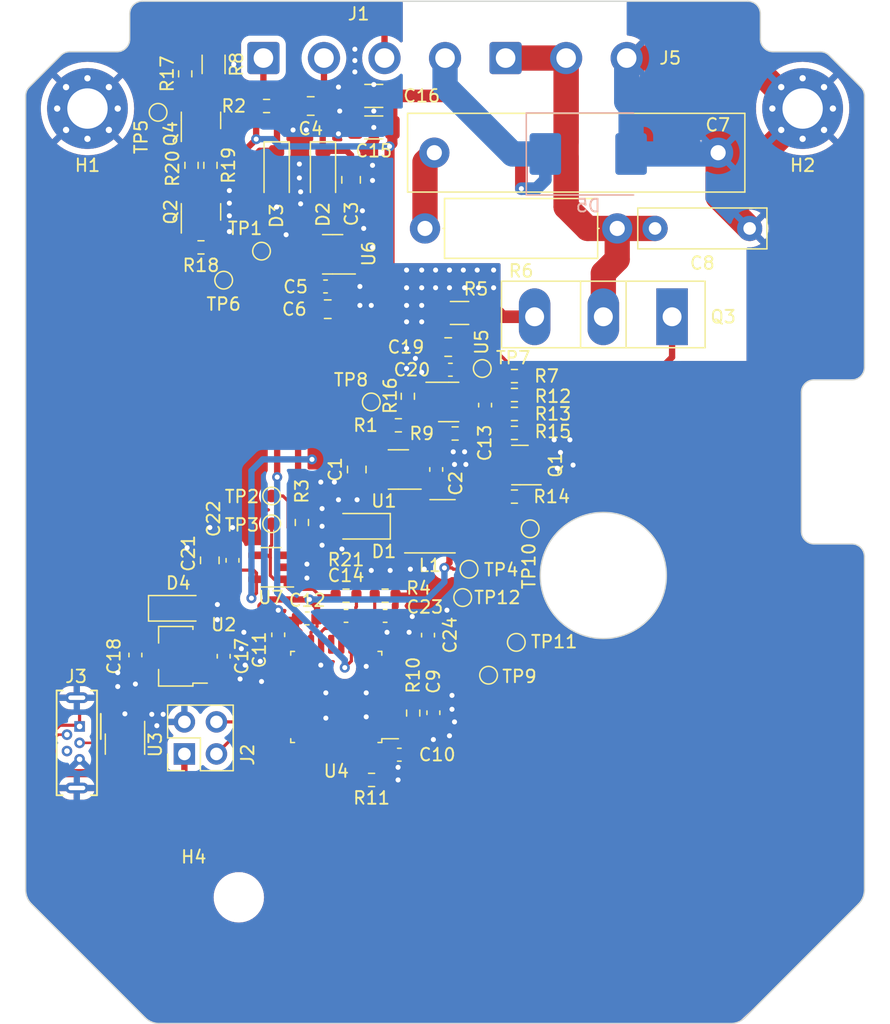
<source format=kicad_pcb>
(kicad_pcb (version 20221018) (generator pcbnew)
  (layers (0 "F.Cu" signal) (31 "B.Cu" signal) (34 "B.Paste" user) (35 "F.Paste" user) (36 "B.SilkS" user "B.Silkscreen") (37 "F.SilkS" user "F.Silkscreen") (38 "B.Mask" user) (39 "F.Mask" user) (44 "Edge.Cuts" user))
  (net 0 "")
  (net 1 "Net-(D1-K)")
  (net 2 "GND")
  (net 3 "Net-(U1-EN)")
  (net 4 "VCC")
  (net 5 "SpeedSignalMinus")
  (net 6 "SpeedSignalPlus")
  (net 7 "Ignition")
  (net 8 "Net-(U4-PG10)")
  (net 9 "+3V3")
  (net 10 "Net-(C13-Pad1)")
  (net 11 "Net-(U5--)")
  (net 12 "/SWCLK")
  (net 13 "/SWDIO")
  (net 14 "VBUS")
  (net 15 "/D-")
  (net 16 "/D+")
  (net 18 "USet")
  (net 19 "Net-(U4-PB8)")
  (net 20 "Net-(Q1-G)")
  (net 21 "Net-(U5-+)")
  (net 22 "/USB_DP")
  (net 23 "/USB_DM")
  (net 25 "Net-(Q1-D)")
  (net 36 "FuelRelay")
  (net 37 "RelayOutput")
  (net 38 "Tacho")
  (net 39 "Net-(C7-Pad2)")
  (net 40 "Net-(Q3-G)")
  (net 41 "Net-(Q3-S)")
  (net 42 "Net-(D4-A)")
  (net 43 "Net-(Q2-G)")
  (net 44 "Net-(Q2-D)")
  (net 45 "Net-(U6--)")
  (net 46 "FETOff")
  (net 48 "Net-(Q4-G)")
  (net 49 "Net-(Q4-D)")
  (net 50 "Tacho_MeanValue")
  (net 51 "Net-(U4-PA7)")
  (net 53 "Net-(U4-PA1)")
  (net 54 "Net-(U4-PA2)")
  (footprint "Package_TO_SOT_SMD:SOT-23-5" (layer "F.Cu") (at 133.6375 102.75)
    (fp_text reference "U5")
    (fp_text value "OPA990")
  )
  (footprint "Capacitor_SMD:C_0805_2012Metric" (layer "F.Cu") (at 114.7 115.3 90)
    (fp_text reference "C21")
    (fp_text value "4.7u")
  )
  (footprint "Capacitor_SMD:C_0603_1608Metric" (layer "F.Cu") (at 120.125 121.2 -90)
    (fp_text reference "C11")
    (fp_text value "100n")
  )
  (footprint "Connector_PinHeader_2.54mm:PinHeader_2x02_P2.54mm_Vertical" (layer "F.Cu") (at 112.685 130.64 90)
    (fp_text reference "J2")
    (fp_text value "SWD")
  )
  (footprint "TestPoint:TestPoint_Pad_D1.0mm" (layer "F.Cu") (at 135.25 116)
    (fp_text reference "TP4")
    (fp_text value "3V3")
  )
  (footprint "Package_TO_SOT_SMD:SOT-23-5" (layer "F.Cu") (at 129.65 108.1 180)
    (fp_text reference "U1")
    (fp_text value "~")
  )
  (footprint "TestPoint:TestPoint_Pad_D1.0mm" (layer "F.Cu") (at 136.3 100.1)
    (fp_text reference "TP7")
    (fp_text value "ControllerOutput")
  )
  (footprint "Capacitor_SMD:C_0603_1608Metric" (layer "F.Cu") (at 132.65 108.1 90)
    (fp_text reference "C2")
    (fp_text value "22u")
  )
  (footprint "Resistor_SMD:R_0603_1608Metric" (layer "F.Cu") (at 127.525 132.7 180)
    (fp_text reference "R11")
    (fp_text value "100k")
  )
  (footprint "MountingHole:MountingHole_3.5mm" (layer "F.Cu") (at 117 142)
    (fp_text reference "H4")
    (fp_text value "MountingHole")
  )
  (footprint "Connector_Wire:SolderWire-0.75sqmm_1x03_P4.8mm_D1.25mm_OD2.3mm" (layer "F.Cu") (at 138.15 75.5)
    (fp_text reference "J5")
    (fp_text value "Conn_01x03")
  )
  (footprint "Capacitor_SMD:C_0805_2012Metric" (layer "F.Cu") (at 125.9 85.15 -90)
    (fp_text reference "C3")
    (fp_text value "4.7u")
  )
  (footprint "Diode_SMD:D_SOD-123" (layer "F.Cu") (at 123.675 84.5 -90)
    (fp_text reference "D2")
    (fp_text value "DZ6V")
  )
  (footprint "Package_TO_SOT_THT:TO-247-3_Vertical" (layer "F.Cu") (at 151.35 96 180)
    (fp_text reference "Q3")
    (fp_text value "MSC090SMA070B")
  )
  (footprint "Package_TO_SOT_SMD:SOT-89-3" (layer "F.Cu") (at 112 122.9 180)
    (fp_text reference "U2")
    (fp_text value "AP2204RA-3.3")
  )
  (footprint "Capacitor_SMD:C_0603_1608Metric" (layer "F.Cu") (at 128.6 119.7 180)
    (fp_text reference "C23")
    (fp_text value "10n")
  )
  (footprint "TestPoint:TestPoint_Pad_D1.0mm" (layer "F.Cu") (at 140.1 112.8)
    (fp_text reference "TP10")
    (fp_text value "FetOff")
  )
  (footprint "Capacitor_SMD:C_0603_1608Metric" (layer "F.Cu") (at 116.5 115.3 90)
    (fp_text reference "C22")
    (fp_text value "100n")
  )
  (footprint "Package_TO_SOT_SMD:SOT-23" (layer "F.Cu") (at 114 80.4375 90)
    (fp_text reference "Q4")
    (fp_text value "BSS83P")
  )
  (footprint "TestPoint:TestPoint_Pad_D1.0mm" (layer "F.Cu") (at 118.8 90.8)
    (fp_text reference "TP1")
    (fp_text value "TachoRaw")
  )
  (footprint "TestPoint:TestPoint_Pad_D1.0mm" (layer "F.Cu") (at 139 121.8)
    (fp_text reference "TP11")
    (fp_text value "TPDiag2")
  )
  (footprint "Package_TO_SOT_SMD:SOT-23-6" (layer "F.Cu") (at 107.975 129.8625 -90)
    (fp_text reference "U3")
    (fp_text value "USBLC6-2SC6")
  )
  (footprint "TestPoint:TestPoint_Pad_D1.0mm" (layer "F.Cu") (at 119.6 110.2)
    (fp_text reference "TP2")
    (fp_text value "Tacho")
  )
  (footprint "Capacitor_SMD:C_0603_1608Metric" (layer "F.Cu") (at 122.425 119.9)
    (fp_text reference "C12")
    (fp_text value "100n")
  )
  (footprint "Capacitor_SMD:C_1206_3216Metric" (layer "F.Cu") (at 127.7 78.5 180)
    (fp_text reference "C16")
    (fp_text value "4.7u")
  )
  (footprint "Capacitor_SMD:C_0805_2012Metric" (layer "F.Cu") (at 133.6 98.4 180)
    (fp_text reference "C19")
    (fp_text value "4.7u")
  )
  (footprint "Diode_SMD:D_SMF" (layer "F.Cu") (at 126.65 112.6 180)
    (fp_text reference "D1")
    (fp_text value "1A/60V")
  )
  (footprint "Resistor_SMD:R_0603_1608Metric" (layer "F.Cu") (at 138.85 105.2)
    (fp_text reference "R15")
    (fp_text value "0")
  )
  (footprint "Capacitor_SMD:C_0603_1608Metric" (layer "F.Cu") (at 123.875 93.6)
    (fp_text reference "C5")
    (fp_text value "100n")
  )
  (footprint "Capacitor_THT:C_Rect_L10.0mm_W3.0mm_P7.50mm_MKS4" (layer "F.Cu") (at 157.5 89 180)
    (fp_text reference "C8")
    (fp_text value "10n")
  )
  (footprint "Resistor_SMD:R_0603_1608Metric" (layer "F.Cu") (at 128.6 118.1)
    (fp_text reference "R4")
    (fp_text value "10k")
  )
  (footprint "MountingHole:MountingHole_3.2mm_M3_Pad_Via" (layer "F.Cu") (at 105 79.5)
    (fp_text reference "H1")
    (fp_text value "MountingHole_Pad")
  )
  (footprint "Resistor_SMD:R_0603_1608Metric" (layer "F.Cu") (at 138.85 102.2 180)
    (fp_text reference "R12")
    (fp_text value "100k")
  )
  (footprint "Capacitor_SMD:C_0603_1608Metric" (layer "F.Cu") (at 132 121.225 -90)
    (fp_text reference "C24")
    (fp_text value "100n")
  )
  (footprint "Resistor_SMD:R_0603_1608Metric" (layer "F.Cu") (at 130.4 102.3 90)
    (fp_text reference "R16")
    (fp_text value "1k")
  )
  (footprint "Resistor_SMD:R_0603_1608Metric" (layer "F.Cu") (at 129.65 104.6)
    (fp_text reference "R1")
    (fp_text value "1M")
  )
  (footprint "Resistor_SMD:R_0603_1608Metric" (layer "F.Cu") (at 125.5 118.1)
    (fp_text reference "R21")
    (fp_text value "10k")
  )
  (footprint "Capacitor_SMD:C_0805_2012Metric" (layer "F.Cu") (at 124.05 95.4)
    (fp_text reference "C6")
    (fp_text value "4.7u")
  )
  (footprint "TestPoint:TestPoint_Pad_D1.0mm" (layer "F.Cu") (at 119.6 112.4)
    (fp_text reference "TP3")
    (fp_text value "TachoMean")
  )
  (footprint "Resistor_SMD:R_0603_1608Metric" (layer "F.Cu") (at 138.85 103.7 180)
    (fp_text reference "R13")
    (fp_text value "100k")
  )
  (footprint "Connector_USB:USB_Micro-B_Wuerth_614105150721_Vertical" (layer "F.Cu") (at 104.375 128.4625 -90)
    (fp_text reference "J3")
    (fp_text value "USB_B_Micro")
  )
  (footprint "Capacitor_SMD:C_0603_1608Metric" (layer "F.Cu") (at 125.5 119.7)
    (fp_text reference "C14")
    (fp_text value "10u")
  )
  (footprint "Resistor_SMD:R_0603_1608Metric" (layer "F.Cu") (at 112.75 76.75 90)
    (fp_text reference "R17")
    (fp_text value "10k")
  )
  (footprint "Capacitor_SMD:C_0603_1608Metric" (layer "F.Cu") (at 133.775 100.2 180)
    (fp_text reference "C20")
    (fp_text value "100n")
  )
  (footprint "Resistor_THT:R_Axial_DIN0414_L11.9mm_D4.5mm_P15.24mm_Horizontal" (layer "F.Cu") (at 147 89 180)
    (fp_text reference "R6")
    (fp_text value "3.9")
  )
  (footprint "Diode_SMD:D_SOD-123" (layer "F.Cu") (at 120 84.5 -90)
    (fp_text reference "D3")
    (fp_text value "DZ12V")
  )
  (footprint "TestPoint:TestPoint_Pad_D1.0mm" (layer "F.Cu") (at 136.8 124.4)
    (fp_text reference "TP9")
    (fp_text value "TPDiag1")
  )
  (footprint "Resistor_SMD:R_0603_1608Metric" (layer "F.Cu") (at 122 112.3 -90)
    (fp_text reference "R3")
    (fp_text value "40k")
  )
  (footprint "Resistor_SMD:R_0603_1608Metric" (layer "F.Cu") (at 138.85 100.7)
    (fp_text reference "R7")
    (fp_text value "120")
  )
  (footprint "Connector_Wire:SolderWire-0.75sqmm_1x04_P4.8mm_D1.25mm_OD2.3mm" (layer "F.Cu") (at 118.95 75.5)
    (fp_text reference "J1")
    (fp_text value "Conn_01x04")
  )
  (footprint "Diode_SMD:D_SMF" (layer "F.Cu") (at 112.2 119.1)
    (fp_text reference "D4")
    (fp_text value "1A/60V")
  )
  (footprint "Resistor_SMD:R_0603_1608Metric" (layer "F.Cu") (at 130.825 127.4 90)
    (fp_text reference "R10")
    (fp_text value "100k")
  )
  (footprint "Capacitor_SMD:C_0603_1608Metric" (layer "F.Cu") (at 129.725 130.7)
    (fp_text reference "C10")
    (fp_text value "100n")
  )
  (footprint "Package_QFP:LQFP-32_7x7mm_P0.8mm" (layer "F.Cu") (at 124.725 126.125 180)
    (fp_text reference "U4")
    (fp_text value "STM32G431K8Tx")
  )
  (footprint "Resistor_SMD:R_0603_1608Metric" (layer "F.Cu") (at 134.15 105.25)
    (fp_text reference "R9")
    (fp_text value "1k")
  )
  (footprint "Package_TO_SOT_SMD:SOT-23-5" (layer "F.Cu") (at 124.4375 91.05 180)
    (fp_text reference "U6")
    (fp_text value "OPA990")
  )
  (footprint "TestPoint:TestPoint_Pad_D1.0mm" (layer "F.Cu") (at 134.75 118.25)
    (fp_text reference "TP12")
    (fp_text value "ISetDAC")
  )
  (footprint "Resistor_SMD:R_0603_1608Metric" (layer "F.Cu") (at 138.85 110.25)
    (fp_text reference "R14")
    (fp_text value "120")
  )
  (footprint "TestPoint:TestPoint_Pad_D1.0mm" (layer "F.Cu") (at 127.5 102.75)
    (fp_text reference "TP8")
    (fp_text value "ISet")
  )
  (footprint "Capacitor_SMD:C_0603_1608Metric" (layer "F.Cu") (at 108.8 122.8 -90)
    (fp_text reference "C18")
    (fp_text value "1u")
  )
  (footprint "Inductor_SMD_Wurth:L_Wurth_WE-LQSH-4020" (layer "F.Cu") (at 132.15 112.6)
    (fp_text reference "L1")
    (fp_text value "15u")
  )
  (footprint "Capacitor_SMD:C_0805_2012Metric" (layer "F.Cu") (at 122.7 79.3 180)
    (fp_text reference "C4")
    (fp_text value "4.7u")
  )
  (footprint "Capacitor_THT:C_Rect_L26.5mm_W6.0mm_P22.50mm_MKS4" (layer "F.Cu") (at 155 83 180)
    (fp_text reference "C7")
    (fp_text value "150n")
  )
  (footprint "Capacitor_SMD:C_1206_3216Metric" (layer "F.Cu") (at 127.7 81 180)
    (fp_text reference "C15")
    (fp_text value "4.7u")
  )
  (footprint "Resistor_SMD:R_0603_1608Metric" (layer "F.Cu") (at 114 90.5 180)
    (fp_text reference "R18")
    (fp_text value "120")
  )
  (footprint "Package_TO_SOT_SMD:SOT-23-5" (layer "F.Cu") (at 119.5375 115.85 180)
    (fp_text reference "U7")
    (fp_text value "OPA990")
  )
  (footprint "Resistor_SMD:R_0603_1608Metric" (layer "F.Cu") (at 119.2 79.3)
    (fp_text reference "R2")
    (fp_text value "10k")
  )
  (footprint "Capacitor_SMD:C_0603_1608Metric" (layer "F.Cu") (at 132.425 127.375 90)
    (fp_text reference "C9")
    (fp_text value "100n")
  )
  (footprint "MountingHole:MountingHole_3.2mm_M3_Pad_Via" (layer "F.Cu") (at 161.7 79.5)
    (fp_text reference "H2")
    (fp_text value "MountingHole_Pad")
  )
  (footprint "Capacitor_SMD:C_0603_1608Metric" (layer "F.Cu") (at 115.8 122.9 -90)
    (fp_text reference "C17")
    (fp_text value "2.2u")
  )
  (footprint "Package_TO_SOT_SMD:SOT-23" (layer "F.Cu") (at 114 87.6875 90)
    (fp_text reference "Q2")
    (fp_text value "DMN6140L")
  )
  (footprint "Capacitor_SMD:C_0603_1608Metric" (layer "F.Cu") (at 136.525 103 -90)
    (fp_text reference "C13")
    (fp_text value "100p")
  )
  (footprint "Package_TO_SOT_SMD:SOT-23" (layer "F.Cu") (at 139.2875 107.75 180)
    (fp_text reference "Q1")
    (fp_text value "DMN6140L")
  )
  (footprint "Resistor_SMD:R_1206_3216Metric" (layer "F.Cu") (at 115 76 -90)
    (fp_text reference "R8")
    (fp_text value "680")
  )
  (footprint "Capacitor_SMD:C_0805_2012Metric" (layer "F.Cu") (at 126.35 108.1 -90)
    (fp_text reference "C1")
    (fp_text value "4.7u")
  )
  (footprint "Resistor_SMD:R_1206_3216Metric" (layer "F.Cu") (at 134.5 95.7 180)
    (fp_text reference "R5")
    (fp_text value "20m")
  )
  (footprint "TestPoint:TestPoint_Pad_D1.0mm" (layer "F.Cu") (at 115.8 93.1)
    (fp_text reference "TP6")
    (fp_text value "FuelRelayFet")
  )
  (footprint "TestPoint:TestPoint_Pad_D1.0mm" (layer "F.Cu") (at 110.6 79.8)
    (fp_text reference "TP5")
    (fp_text value "FuelRelay")
  )
  (footprint "Resistor_SMD:R_0603_1608Metric" (layer "F.Cu") (at 113.25 84 -90)
    (fp_text reference "R20")
    (fp_text value "10k")
  )
  (footprint "Resistor_SMD:R_0603_1608Metric" (layer "F.Cu") (at 114.75 84 -90)
    (fp_text reference "R19")
    (fp_text value "10k")
  )
  (footprint "Diode_SMD:D_SMC" (layer "B.Cu") (at 144.7 83.1)
    (fp_text reference "D5")
    (fp_text value "D_Zener")
  )
  (gr_arc (start 161.6 102) (mid 161.892893 101.292893) (end 162.6 101) (stroke (width 0.1)) (layer "Edge.Cuts"))
  (gr_line (start 107.35 75) (end 103.6 75) (stroke (width 0.1)) (layer "Edge.Cuts"))
  (gr_line (start 166.6 115) (end 166.6 141.4) (stroke (width 0.1)) (layer "Edge.Cuts"))
  (gr_arc (start 159.35 75) (mid 158.642893 74.707107) (end 158.35 74) (stroke (width 0.1)) (layer "Edge.Cuts"))
  (gr_line (start 100.1 78.5) (end 100.1 141.4) (stroke (width 0.1)) (layer "Edge.Cuts"))
  (gr_line (start 158.35 72) (end 158.35 74) (stroke (width 0.1)) (layer "Edge.Cuts"))
  (gr_arc (start 166.6 100) (mid 166.307107 100.707107) (end 165.6 101) (stroke (width 0.1)) (layer "Edge.Cuts"))
  (gr_line (start 102.892893 75.292893) (end 100.392893 77.792893) (stroke (width 0.1)) (layer "Edge.Cuts"))
  (gr_line (start 109.568629 151.531371) (end 100.568629 142.531371) (stroke (width 0.1)) (layer "Edge.Cuts"))
  (gr_arc (start 157.131371 151.531371) (mid 156.612294 151.878207) (end 156 152) (stroke (width 0.1)) (layer "Edge.Cuts"))
  (gr_arc (start 166.6 141.4) (mid 166.478207 142.012293) (end 166.131371 142.531371) (stroke (width 0.1)) (layer "Edge.Cuts"))
  (gr_arc (start 108.35 74) (mid 108.057107 74.707107) (end 107.35 75) (stroke (width 0.1)) (layer "Edge.Cuts"))
  (gr_arc (start 165.6 114) (mid 166.307107 114.292893) (end 166.6 115) (stroke (width 0.1)) (layer "Edge.Cuts"))
  (gr_arc (start 157.35 71) (mid 158.057107 71.292893) (end 158.35 72) (stroke (width 0.1)) (layer "Edge.Cuts"))
  (gr_arc (start 110.7 152) (mid 110.087707 151.878207) (end 109.568629 151.531371) (stroke (width 0.1)) (layer "Edge.Cuts"))
  (gr_line (start 159.35 75) (end 163.1 75) (stroke (width 0.1)) (layer "Edge.Cuts"))
  (gr_arc (start 100.1 78.5) (mid 100.17612 78.117316) (end 100.392893 77.792893) (stroke (width 0.1)) (layer "Edge.Cuts"))
  (gr_arc (start 100.568629 142.531371) (mid 100.221793 142.012294) (end 100.1 141.4) (stroke (width 0.1)) (layer "Edge.Cuts"))
  (gr_line (start 162.6 114) (end 165.6 114) (stroke (width 0.1)) (layer "Edge.Cuts"))
  (gr_line (start 109.35 71) (end 157.35 71) (stroke (width 0.1)) (layer "Edge.Cuts"))
  (gr_arc (start 108.35 72) (mid 108.642893 71.292893) (end 109.35 71) (stroke (width 0.1)) (layer "Edge.Cuts"))
  (gr_line (start 163.807107 75.292893) (end 166.307107 77.792893) (stroke (width 0.1)) (layer "Edge.Cuts"))
  (gr_arc (start 162.6 114) (mid 161.892893 113.707107) (end 161.6 113) (stroke (width 0.1)) (layer "Edge.Cuts"))
  (gr_line (start 110.7 152) (end 156 152) (stroke (width 0.1)) (layer "Edge.Cuts"))
  (gr_line (start 108.35 72) (end 108.35 74) (stroke (width 0.1)) (layer "Edge.Cuts"))
  (gr_line (start 161.6 102) (end 161.6 113) (stroke (width 0.1)) (layer "Edge.Cuts"))
  (gr_arc (start 163.1 75) (mid 163.482683 75.07612) (end 163.807107 75.292893) (stroke (width 0.1)) (layer "Edge.Cuts"))
  (gr_circle (center 145.9 116.5) (end 150.9 116.5) (stroke (width 0.1)) (fill none) (layer "Edge.Cuts"))
  (gr_arc (start 102.892893 75.292893) (mid 103.217316 75.07612) (end 103.6 75) (stroke (width 0.1)) (layer "Edge.Cuts"))
  (gr_arc (start 166.307107 77.792893) (mid 166.52388 78.117316) (end 166.6 78.5) (stroke (width 0.1)) (layer "Edge.Cuts"))
  (gr_line (start 166.6 100) (end 166.6 78.5) (stroke (width 0.1)) (layer "Edge.Cuts"))
  (gr_line (start 157.131371 151.531371) (end 166.131371 142.531371) (stroke (width 0.1)) (layer "Edge.Cuts"))
  (gr_line (start 165.6 101) (end 162.6 101) (stroke (width 0.1)) (layer "Edge.Cuts"))
  (segment (start 128.5125 110.5625) (end 128.5125 109.05) (width 0.25) (layer "F.Cu") (net 1))
  (segment (start 128.1 112.6) (end 130.6 112.6) (width 0.25) (layer "F.Cu") (net 1))
  (segment (start 128.1 112.6) (end 128.1 110.975) (width 0.25) (layer "F.Cu") (net 1))
  (segment (start 128.1 110.975) (end 128.5125 110.5625) (width 0.25) (layer "F.Cu") (net 1))
  (segment (start 128.35 131.825) (end 128.225 131.7) (width 0.25) (layer "F.Cu") (net 2))
  (segment (start 127.3 86.1) (end 125.9 86.1) (width 0.5) (layer "F.Cu") (net 2))
  (segment (start 155 86.5) (end 157.5 89) (width 2) (layer "F.Cu") (net 2))
  (segment (start 126.375 109.025) (end 126.35 109.05) (width 0.25) (layer "F.Cu") (net 2))
  (segment (start 121.65 119.9) (end 120.7755 119.9) (width 0.25) (layer "F.Cu") (net 2))
  (segment (start 155 83) (end 158.7 83) (width 2) (layer "F.Cu") (net 2))
  (segment (start 120.925 119.9) (end 121.65 119.9) (width 0.25) (layer "F.Cu") (net 2))
  (segment (start 155 78.475) (end 155 83) (width 2) (layer "F.Cu") (net 2))
  (segment (start 123.525 121.95) (end 123.525 120.975) (width 0.25) (layer "F.Cu") (net 2))
  (segment (start 131.55 102.75) (end 132.5 102.75) (width 0.25) (layer "F.Cu") (net 2))
  (segment (start 124.725 120.375) (end 124.725 119.7) (width 0.25) (layer "F.Cu") (net 2))
  (segment (start 127.6 92.9) (end 127.6 90.5) (width 0.5) (layer "F.Cu") (net 2))
  (segment (start 133.0375 95.7) (end 130.9 95.7) (width 1) (layer "F.Cu") (net 2))
  (segment (start 147.75 75.5) (end 149.6 75.5) (width 2) (layer "F.Cu") (net 2))
  (segment (start 120.125 120.425) (end 120.4 120.425) (width 0.25) (layer "F.Cu") (net 2))
  (segment (start 125.2 111.775) (end 126.35 110.625) (width 0.25) (layer "F.Cu") (net 2))
  (segment (start 131.95 107.325) (end 132.65 107.325) (width 0.25) (layer "F.Cu") (net 2))
  (segment (start 129.375 119.7) (end 129.375 118.15) (width 0.25) (layer "F.Cu") (net 2))
  (segment (start 123.8 120.7) (end 124.4 120.7) (width 0.25) (layer "F.Cu") (net 2))
  (segment (start 128.35 132.7) (end 128.35 131.825) (width 0.25) (layer "F.Cu") (net 2))
  (segment (start 127.525 130.3) (end 127.825 130.3) (width 0.25) (layer "F.Cu") (net 2))
  (segment (start 127.6 87.8) (end 127.6 85.8) (width 0.5) (layer "F.Cu") (net 2))
  (segment (start 121.925 120.9) (end 121.925 121.95) (width 0.25) (layer "F.Cu") (net 2))
  (segment (start 107.975 127.469701) (end 107.967299 127.462) (width 0.25) (layer "F.Cu") (net 2))
  (segment (start 123.525 120.975) (end 123.8 120.7) (width 0.25) (layer "F.Cu") (net 2))
  (segment (start 128.225 130.7) (end 128.95 130.7) (width 0.25) (layer "F.Cu") (net 2))
  (segment (start 149.6 75.5) (end 157.2 75.5) (width 2) (layer "F.Cu") (net 2))
  (segment (start 127.6 85.8) (end 127.3 86.1) (width 0.5) (layer "F.Cu") (net 2))
  (segment (start 127.6 85.2) (end 127.6 85.8) (width 0.5) (layer "F.Cu") (net 2))
  (segment (start 127.825 130.3) (end 128.225 130.7) (width 0.25) (layer "F.Cu") (net 2))
  (segment (start 155 83) (end 155 86.5) (width 2) (layer "F.Cu") (net 2))
  (segment (start 157.2 75.5) (end 161.7 80) (width 2) (layer "F.Cu") (net 2))
  (segment (start 133.0375 92.7375) (end 132.6 92.3) (width 1) (layer "F.Cu") (net 2))
  (segment (start 121.95 86.15) (end 123.675 86.15) (width 0.5) (layer "F.Cu") (net 2))
  (segment (start 126.35 110.625) (end 126.35 110.525) (width 0.25) (layer "F.Cu") (net 2))
  (segment (start 126.9 93.6) (end 127.6 92.9) (width 0.5) (layer "F.Cu") (net 2))
  (segment (start 121.65 119.9) (end 121.65 120.625) (width 0.25) (layer "F.Cu") (net 2))
  (segment (start 133.0375 95.7) (end 133.0375 92.7375) (width 1) (layer "F.Cu") (net 2))
  (segment (start 126.375 110.5) (end 126.35 110.475) (width 0.25) (layer "F.Cu") (net 2))
  (segment (start 131.775 107.5) (end 131.775 107.9) (width 0.25) (layer "F.Cu") (net 2))
  (segment (start 123.675 86.15) (end 125.85 86.15) (width 0.5) (layer "F.Cu") (net 2))
  (segment (start 129.375 118.15) (end 129.425 118.1) (width 0.25) (layer "F.Cu") (net 2))
  (segment (start 128.35 132.7) (end 129.625 132.7) (width 0.25) (layer "F.Cu") (net 2))
  (segment (start 125.575 91.05) (end 126.95 91.05) (width 0.5) (layer "F.Cu") (net 2))
  (segment (start 126.375 108.3) (end 126.375 109.025) (width 0.25) (layer "F.Cu") (net 2))
  (segment (start 127.525 131.4) (end 127.525 130.3) (width 0.25) (layer "F.Cu") (net 2))
  (segment (start 121.65 120.625) (end 121.925 120.9) (width 0.25) (layer "F.Cu") (net 2))
  (segment (start 124.4 120.7) (end 124.725 120.375) (width 0.25) (layer "F.Cu") (net 2))
  (segment (start 152.025 75.5) (end 155 78.475) (width 2) (layer "F.Cu") (net 2))
  (segment (start 158.7 83) (end 161.7 80) (width 2) (layer "F.Cu") (net 2))
  (segment (start 126.575 108.1) (end 126.375 108.3) (width 0.25) (layer "F.Cu") (net 2))
  (segment (start 107.975 128.725) (end 107.975 127.469701) (width 0.25) (layer "F.Cu") (net 2))
  (segment (start 128.95 130.7) (end 128.95 131.525) (width 0.25) (layer "F.Cu") (net 2))
  (segment (start 132.425 128.15) (end 132.425 129.5) (width 0.25) (layer "F.Cu") (net 2))
  (segment (start 131.3 102.5) (end 131.55 102.75) (width 0.25) (layer "F.Cu") (net 2))
  (segment (start 126.6 93.6) (end 126.9 93.6) (width 0.5) (layer "F.Cu") (net 2))
  (segment (start 126.35 110.475) (end 126.35 109.05) (width 0.25) (layer "F.Cu") (net 2))
  (segment (start 126.95 91.05) (end 127.6 90.4) (width 0.5) (layer "F.Cu") (net 2))
  (segment (start 149.6 75.5) (end 152.025 75.5) (width 2) (layer "F.Cu") (net 2))
  (segment (start 121.9 86.1) (end 121.95 86.15) (width 0.5) (layer "F.Cu") (net 2))
  (segment (start 130.4 101.475) (end 130.875 101.475) (width 0.25) (layer "F.Cu") (net 2))
  (segment (start 131.3 101.9) (end 131.3 102.5) (width 0.25) (layer "F.Cu") (net 2))
  (segment (start 131.95 107.325) (end 131.775 107.5) (width 0.25) (layer "F.Cu") (net 2))
  (segment (start 120.7755 119.9) (end 120.125 119.2495) (width 0.25) (layer "F.Cu") (net 2))
  (segment (start 126.575 108.1) (end 130.7875 108.1) (width 0.25) (layer "F.Cu") (net 2))
  (segment (start 127.6 90.1) (end 127.6 87.8) (width 0.5) (layer "F.Cu") (net 2))
  (segment (start 120 86.15) (end 121.85 86.15) (width 0.5) (layer "F.Cu") (net 2))
  (segment (start 127.825 131.7) (end 127.525 131.4) (width 0.25) (layer "F.Cu") (net 2))
  (segment (start 120.125 120.425) (end 120.125 119.2495) (width 0.25) (layer "F.Cu") (net 2))
  (segment (start 128.225 131.7) (end 127.825 131.7) (width 0.25) (layer "F.Cu") (net 2))
  (segment (start 125.85 86.15) (end 125.9 86.1) (width 0.5) (layer "F.Cu") (net 2))
  (segment (start 123.525 121.95) (end 123.525 123.575) (width 0.25) (layer "F.Cu") (net 2))
  (segment (start 127.6 90.4) (end 127.6 90.1) (width 0.5) (layer "F.Cu") (net 2))
  (segment (start 125.2 112.6) (end 125.2 111.775) (width 0.25) (layer "F.Cu") (net 2))
  (segment (start 129.125 131.7) (end 129.625 131.7) (width 0.25) (layer "F.Cu") (net 2))
  (segment (start 130.7875 108.1) (end 131.575 108.1) (width 0.25) (layer "F.Cu") (net 2))
  (segment (start 127.6 90.5) (end 127.6 90.1) (width 0.5) (layer "F.Cu") (net 2))
  (segment (start 127.6 84) (end 127.6 85.2) (width 0.5) (layer "F.Cu") (net 2))
  (segment (start 120.1 87.4) (end 120 87.3) (width 0.5) (layer "F.Cu") (net 2))
  (segment (start 123.525 123.575) (end 123.5 123.6) (width 0.25) (layer "F.Cu") (net 2))
  (segment (start 120 86.15) (end 120 87.3) (width 0.5) (layer "F.Cu") (net 2))
  (segment (start 128.95 131.525) (end 129.125 131.7) (width 0.25) (layer "F.Cu") (net 2))
  (segment (start 121.85 86.15) (end 121.9 86.1) (width 0.5) (layer "F.Cu") (net 2))
  (segment (start 130.875 101.475) (end 131.3 101.9) (width 0.25) (layer "F.Cu") (net 2))
  (segment (start 131.775 107.9) (end 131.575 108.1) (width 0.25) (layer "F.Cu") (net 2))
  (segment (start 126.35 110.525) (end 126.375 110.5) (width 0.25) (layer "F.Cu") (net 2))
  (via (at 131.5 92.3) (size 0.8) (drill 0.4) (layers "F.Cu" "B.Cu") (net 2))
  (via (at 129.625 131.7) (size 0.8) (drill 0.4) (layers "F.Cu" "B.Cu") (net 2))
  (via (at 130.3 95.1) (size 0.8) (drill 0.4) (layers "F.Cu" "B.Cu") (net 2))
  (via (at 131.5 96.4) (size 0.8) (drill 0.4) (layers "F.Cu" "B.Cu") (net 2))
  (via (at 142.25 108) (size 0.8) (drill 0.4) (layers "F.Cu" "B.Cu") (net 2))
  (via (at 118.7 123.3) (size 0.8) (drill 0.4) (layers "F.Cu" "B.Cu") (net 2))
  (via (at 127.1 123.7) (size 0.8) (drill 0.4) (layers "F.Cu" "B.Cu") (net 2))
  (via (at 127.6 85.2) (size 0.8) (drill 0.4) (layers "F.Cu" "B.Cu") (net 2))
  (via (at 124.9 77.8) (size 0.8) (drill 0.4) (layers "F.Cu" "B.Cu") (net 2))
  (via (at 111 127.5) (size 0.8) (drill 0.4) (layers "F.Cu" "B.Cu") (net 2))
  (via (at 126.6 93.6) (size 0.8) (drill 0.4) (layers "F.Cu" "B.Cu") (net 2))
  (via (at 126.2 74.8) (size 0.8) (drill 0.4) (layers "F.Cu" "B.Cu") (net 2))
  (via (at 124.575 109.1) (size 0.8) (drill 0.4) (layers "F.Cu" "B.Cu") (net 2))
  (via (at 117.4 121) (size 0.8) (drill 0.4) (layers "F.Cu" "B.Cu") (net 2))
  (via (at 120 87.3) (size 0.8) (drill 0.4) (layers "F.Cu" "B.Cu") (net 2))
  (via (at 126.8 87.6) (size 0.8) (drill 0.4) (layers "F.Cu" "B.Cu") (net 2))
  (via (at 120.125 119.2495) (size 0.8) (drill 0.4) (layers "F.Cu" "B.Cu") (net 2))
  (via (at 143.25 105.75) (size 0.8) (drill 0.4) (layers "F.Cu" "B.Cu") (net 2))
  (via (at 132.6 93.7) (size 0.8) (drill 0.4) (layers "F.Cu" "B.Cu") (net 2))
  (via (at 134.8 92.3) (size 0.8) (drill 0.4) (layers "F.Cu" "B.Cu") (net 2))
  (via (at 116.25 87) (size 0.8) (drill 0.4) (layers "F.Cu" "B.Cu") (net 2))
  (via (at 135.9 92.3) (size 0.8) (drill 0.4) (layers "F.Cu" "B.Cu") (net 2))
  (via (at 137.2 93.7) (size 0.8) (drill 0.4) (layers "F.Cu" "B.Cu") (net 2))
  (via (at 142 105.75) (size 0.8) (drill 0.4) (layers "F.Cu" "B.Cu") (net 2))
  (via (at 121.3 81.2) (size 0.8) (drill 0.4) (layers "F.Cu" "B.Cu") (net 2))
  (via (at 135 107.7) (size 0.8) (drill 0.4) (layers "F.Cu" "B.Cu") (net 2))
  (via (at 127.6 84) (size 0.8) (drill 0.4) (layers "F.Cu" "B.Cu") (net 2))
  (via (at 130.3 92.3) (size 0.8) (drill 0.4) (layers "F.Cu" "B.Cu") (net 2))
  (via (at 110.5 128.4) (size 0.8) (drill 0.4) (layers "F.Cu" "B.Cu") (net 2))
  (via (at 127.6 90.5) (size 0.8) (drill 0.4) (layers "F.Cu" "B.Cu") (net 2))
  (via (at 121.9 86.1) (size 0.8) (drill 0.4) (layers "F.Cu" "B.Cu") (net 2))
  (via (at 117.5 123.6) (size 0.8) (drill 0.4) (layers "F.Cu" "B.Cu") (net 2))
  (via (at 120.75 89.5) (size 0.8) (drill 0.4) (layers "F.Cu" "B.Cu") (net 2))
  (via (at 133.5 119.25) (size 0.8) (drill 0.4) (layers "F.Cu" "B.Cu") (net 2))
  (via (at 125.175 114.4) (size 0.8) (drill 0.4) (layers "F.Cu" "B.Cu") (net 2))
  (via (at 129.625 132.7) (size 0.8) (drill 0.4) (layers "F.Cu" "B.Cu") (net 2))
  (via (at 133.9 127.1) (size 0.8) (drill 0.4) (layers "F.Cu" "B.Cu") (net 2))
  (via (at 126.2 75.7) (size 0.8) (drill 0.4) (layers "F.Cu" "B.Cu") (net 2))
  (via (at 116.5 112.7) (size 0.8) (drill 0.4) (layers "F.Cu" "B.Cu") (net 2))
  (via (at 136 93.7) (size 0.8) (drill 0.4) (layers "F.Cu" "B.Cu") (net 2))
  (via (at 128.75 121) (size 0.8) (drill 0.4) (layers "F.Cu" "B.Cu") (net 2))
  (via (at 110.1 127.5) (size 0.8) (drill 0.4) (layers "F.Cu" "B.Cu") (net 2))
  (via (at 133.7 93.7) (size 0.8) (drill 0.4) (layers "F.Cu" "B.Cu") (net 2))
  (via (at 124.9 110.5) (size 0.8) (drill 0.4) (layers "F.Cu" "B.Cu") (net 2))
  (via (at 123.5 123.6) (size 0.8) (drill 0.4) (layers "F.Cu" "B.Cu") (net 2))
  (via (at 143.5 107.75) (size 0.8) (drill 0.4) (layers "F.Cu" "B.Cu") (net 2))
  (via (at 116.25 89.25) (size 0.8) (drill 0.4) (layers "F.Cu" "B.Cu") (net 2))
  (via (at 127.7 79.7) (size 0.8) (drill 0.4) (layers "F.Cu" "B.Cu") (net 2))
  (via (at 142.5 106.75) (size 0.8) (drill 0.4) (layers "F.Cu" "B.Cu") (net 2))
  (via (at 126.375 110.5) (size 0.8) (drill 0.4) (layers "F.Cu" "B.Cu") (net 2))
  (via (at 132.425 129.5) (size 0.8) (drill 0.4) (layers "F.Cu" "B.Cu") (net 2))
  (via (at 108.8 125.1) (size 0.8) (drill 0.4) (layers "F.Cu" "B.Cu") (net 2))
  (via (at 130.3 98.5) (size 0.8) (drill 0.4) (layers "F.Cu" "B.Cu") (net 2))
  (via (at 107.4 124.2) (size 0.8) (drill 0.4) (layers "F.Cu" "B.Cu") (net 2))
  (via (at 114.7 112.7) (size 0.8) (drill 0.4) (layers "F.Cu" "B.Cu") (net 2))
  (via (at 130.5 121) (size 0.8) (drill 0.4) (layers "F.Cu" "B.Cu") (net 2))
  (via (at 127.1 125.8) (size 0.8) (drill 0.4) (layers "F.Cu" "B.Cu") (net 2))
  (via (at 130.6 116) (size 0.8) (drill 0.4) (layers "F.Cu" "B.Cu") (net 2))
  (via (at 121.8 85) (size 0.8) (drill 0.4) (layers "F.Cu" "B.Cu") (net 2))
  (via (at 122.35 81.2) (size 0.8) (drill 0.4) (layers "F.Cu" "B.Cu") (net 2))
  (via (at 134.1 128.1) (size 0.8) (drill 0.4) (layers "F.Cu" "B.Cu") (net 2))
  (via (at 127.7 77.6) (size 0.8) (drill 0.4) (layers "F.Cu" "B.Cu") (net 2))
  (via (at 107.4 125.3) (size 0.8) (drill 0.4) (layers "F.Cu" "B.Cu") (net 2))
  (via (at 112.9 114.3) (size 0.8) (drill 0.4) (layers "F.Cu" "B.Cu") (net 2))
  (via (at 123.5 109.1) (size 0.8) (drill 0.4) (layers "F.Cu" "B.Cu") (net 2))
  (via (at 131.7 116) (size 0.8) (drill 0.4) (layers "F.Cu" "B.Cu") (net 2))
  (via (at 122.4 116.7) (size 0.8) (drill 0.4) (layers "F.Cu" "B.Cu") (net 2))
  (via (at 125 79.7) (size 0.8) (drill 0.4) (layers "F.Cu" "B.Cu") (net 2))
  (via (at 134.1 107.7) (size 0.8) (drill 0.4) (layers "F.Cu" "B.Cu") (net 2))
  (via (at 123.6 114.1) (size 0.8) (drill 0.4) (layers "F.Cu" "B.Cu") (net 2))
  (via (at 127.1 127.7) (size 0.8) (drill 0.4) (layers "F.Cu" "B.Cu") (net 2))
  (via (at 127.5 95.1) (size 0.8) (drill 0.4) (layers "F.Cu" "B.Cu") (net 2))
  (via (at 131.5 100.4) (size 0.8) (drill 0.4) (layers "F.Cu" "B.Cu") (net 2))
  (via (at 118.8 124.9) (size 0.8) (drill 0.4) (layers "F.Cu" "B.Cu") (net 2))
  (via (at 123.9 127.8) (size 0.8) (drill 0.4) (layers "F.Cu" "B.Cu") (net 2))
  (via (at 130.3 100.1) (size 0.8) (drill 0.4) (layers "F.Cu" "B.Cu") (net 2))
  (via (at 134.9 106.7) (size 0.8) (drill 0.4) (layers "F.Cu" "B.Cu") (net 2))
  (via (at 131.5 93.7) (size 0.8) (drill 0.4) (layers "F.Cu" "B.Cu") (net 2))
  (via (at 126.9 89) (size 0.8) (drill 0.4) (layers "F.Cu" "B.Cu") (net 2))
  (via (at 107.967299 127.462) (size 0.8) (drill 0.4) (layers "F.Cu" "B.Cu") (net 2))
  (via (at 126.2 76.6) (size 0.8) (drill 0.4) (layers "F.Cu" "B.Cu") (net 2))
  (via (at 122.4 115.6) (size 0.8) (drill 0.4) (layers "F.Cu" "B.Cu") (net 2))
  (via (at 133.7 92.3) (size 0.8) (drill 0.4) (layers "F.Cu" "B.Cu") (net 2))
  (via (at 132.6 92.3) (size 0.8) (drill 0.4) (layers "F.Cu" "B.Cu") (net 2))
  (via (at 121.8 83.9) (size 0.8) (drill 0.4) (layers "F.Cu" "B.Cu") (net 2))
  (via (at 126.6 95.1) (size 0.8) (drill 0.4) (layers "F.Cu" "B.Cu") (net 2))
  (via (at 115.3 120) (size 0.8) (drill 0.4) (layers "F.Cu" "B.Cu") (net 2))
  (via (at 130.3 96.4) (size 0.8) (drill 0.4) (layers "F.Cu" "B.Cu") (net 2))
  (via (at 133.7 129.2) (size 0.8) (drill 0.4) (layers "F.Cu" "B.Cu") (net 2))
  (via (at 117.2 122.3) (size 0.8) (drill 0.4) (layers "F.Cu" "B.Cu") (net 2))
  (via (at 134 106.7) (size 0.8) (drill 0.4) (layers "F.Cu" "B.Cu") (net 2))
  (via (at 123.9 125.8) (size 0.8) (drill 0.4) (layers "F.Cu" "B.Cu") (net 2))
  (via (at 121.9 87.05) (size 0.8) (drill 0.4) (layers "F.Cu" "B.Cu") (net 2))
  (via (at 123.6 112.6) (size 0.8) (drill 0.4) (layers "F.Cu" "B.Cu") (net 2))
  (via (at 127.7 81) (size 0.8) (drill 0.4) (layers "F.Cu" "B.Cu") (net 2))
  (via (at 115.3 118.8) (size 0.8) (drill 0.4) (layers "F.Cu" "B.Cu") (net 2))
  (via (at 130.75 119.75) (size 0.8) (drill 0.4) (layers "F.Cu" "B.Cu") (net 2))
  (via (at 131.5 95.1) (size 0.8) (drill 0.4) (layers "F.Cu" "B.Cu") (net 2))
  (via (at 131 99.3) (size 0.8) (drill 0.4) (layers "F.Cu" "B.Cu") (net 2))
  (via (at 116.25 88) (size 0.8) (drill 0.4) (layers "F.Cu" "B.Cu") (net 2))
  (via (at 116.25 86) (size 0.8) (drill 0.4) (layers "F.Cu" "B.Cu") (net 2))
  (via (at 116.6 76) (size 0.8) (drill 0.4) (layers "F.Cu" "B.Cu") (net 2))
  (via (at 129 116.1) (size 0.8) (drill 0.4) (layers "F.Cu" "B.Cu") (net 2))
  (via (at 130.3 93.7) (size 0.8) (drill 0.4) (layers "F.Cu" "B.Cu") (net 2))
  (via (at 133.9 126) (size 0.8) (drill 0.4) (layers "F.Cu" "B.Cu") (net 2))
  (via (at 124.9 81.5) (size 0.8) (drill 0.4) (layers "F.Cu" "B.Cu") (net 2))
  (via (at 134.9 93.7) (size 0.8) (drill 0.4) (layers "F.Cu" "B.Cu") (net 2))
  (via (at 137.2 92.3) (size 0.8) (drill 0.4) (layers "F.Cu" "B.Cu") (net 2))
  (via (at 117.1 124.7) (size 0.8) (drill 0.4) (layers "F.Cu" "B.Cu") (net 2))
  (via (at 127.5 116.1) (size 0.8) (drill 0.4) (layers "F.Cu" "B.Cu") (net 2))
  (via (at 123.6 111.2) (size 0.8) (drill 0.4) (layers "F.Cu" "B.Cu") (net 2))
  (segment (start 154.9 83.1) (end 155 83) (width 2) (layer "B.Cu") (net 2))
  (segment (start 148.1 79.3) (end 147.75 78.95) (width 2) (layer "B.Cu") (net 2))
  (segment (start 147.75 78.95) (end 147.75 75.5) (width 2) (layer "B.Cu") (net 2))
  (segment (start 148.1 83.1) (end 154.9 83.1) (width 2) (layer "B.Cu") (net 2))
  (segment (start 148.1 83.1) (end 148.1 79.3) (width 2) (layer "B.Cu") (net 2))
  (segment (start 130.7875 106.0125) (end 130.7875 107.15) (width 0.25) (layer "F.Cu") (net 3))
  (segment (start 130.475 104.6) (end 130.475 105.7) (width 0.25) (layer "F.Cu") (net 3))
  (segment (start 130.475 105.7) (end 130.7875 106.0125) (width 0.25) (layer "F.Cu") (net 3))
  (segment (start 118.375 81.925) (end 118.05 82.25) (width 0.5) (layer "F.Cu") (net 4))
  (segment (start 123.1 96.5) (end 123.5 96.9) (width 0.5) (layer "F.Cu") (net 4))
  (segment (start 134.55 100.75) (end 134.55 100.2) (width 0.5) (layer "F.Cu") (net 4))
  (segment (start 134.1 78.5) (end 139.4 83.8) (width 1) (layer "F.Cu") (net 4))
  (segment (start 114.75 83.175) (end 117.125 83.175) (width 0.5) (layer "F.Cu") (net 4))
  (segment (start 118.175 116.075) (end 116.5 116.075) (width 0.25) (layer "F.Cu") (net 4))
  (segment (start 129.175 81) (end 129.175 82.275) (width 0.8) (layer "F.Cu") (net 4))
  (segment (start 115.725 116.075) (end 116.5 116.075) (width 0.25) (layer "F.Cu") (net 4))
  (segment (start 128.825 104.6) (end 128.825 105.85) (width 0.25) (layer "F.Cu") (net 4))
  (segment (start 123.1 92.9) (end 123.3 92.7) (width 0.5) (layer "F.Cu") (net 4))
  (segment (start 134.775 100.975) (end 134.55 100.75) (width 0.5) (layer "F.Cu") (net 4))
  (segment (start 118.375 79.3) (end 118.375 81.925) (width 0.5) (layer "F.Cu") (net 4))
  (segment (start 128.875 104.55) (end 128.825 104.6) (width 0.8) (layer "F.Cu") (net 4))
  (segment (start 118.4 116.3) (end 118.175 116.075) (width 0.25) (layer "F.Cu") (net 4))
  (segment (start 129.3 97.25) (end 128.95 96.9) (width 0.5) (layer "F.Cu") (net 4))
  (segment (start 118.4 117.9) (end 118 118.3) (width 0.25) (layer "F.Cu") (net 4))
  (segment (start 128.95 95.8) (end 128.95 82.5) (width 0.8) (layer "F.Cu") (net 4))
  (segment (start 128.95 95.8) (end 128.95 96.9) (width 0.5) (layer "F.Cu") (net 4))
  (segment (start 127.85 96.9) (end 128.95 95.8) (width 0.5) (layer "F.Cu") (net 4))
  (segment (start 114.7 116.25) (end 115.55 116.25) (width 0.25) (layer "F.Cu") (net 4))
  (segment (start 134.55 97.45) (end 134.2 97.1) (width 0.5) (layer "F.Cu") (net 4))
  (segment (start 134.55 100.2) (end 134.55 98.4) (width 0.5) (layer "F.Cu") (net 4))
  (segment (start 134.55 98.4) (end 134.55 97.45) (width 0.5) (layer "F.Cu") (net 4))
  (segment (start 131.95 97.25) (end 129.3 97.25) (width 0.5) (layer "F.Cu") (net 4))
  (segment (start 115.55 116.25) (end 115.725 116.075) (width 0.25) (layer "F.Cu") (net 4))
  (segment (start 123.3 92.7) (end 123.3 92) (width 0.5) (layer "F.Cu") (net 4))
  (segment (start 129.175 78.5) (end 129.175 81) (width 0.8) (layer "F.Cu") (net 4))
  (segment (start 117.125 83.175) (end 118.05 82.25) (width 0.5) (layer "F.Cu") (net 4))
  (segment (start 123.1 95.4) (end 123.1 96.5) (width 0.5) (layer "F.Cu") (net 4))
  (segment (start 118.4 116.8) (end 118.4 117.9) (width 0.25) (layer "F.Cu") (net 4))
  (segment (start 129.175 78.5) (end 134.1 78.5) (width 1) (layer "F.Cu") (net 4))
  (segment (start 134.2 97.1) (end 132.1 97.1) (width 0.5) (layer "F.Cu") (net 4))
  (segment (start 123.5 96.9) (end 127.85 96.9) (width 0.5) (layer "F.Cu") (net 4))
  (segment (start 114.75 83.175) (end 114.75 82.65) (width 0.25) (layer "F.Cu") (net 4))
  (segment (start 134.775 101.8) (end 134.775 100.975) (width 0.5) (layer "F.Cu") (net 4))
  (segment (start 123.1 93.6) (end 123.1 95.4) (width 0.5) (layer "F.Cu") (net 4))
  (segment (start 128.5125 106.1625) (end 128.5125 107.15) (width 0.25) (layer "F.Cu") (net 4))
  (segment (start 123.1 93.6) (end 123.1 92.9) (width 0.5) (layer "F.Cu") (net 4))
  (segment (start 139.4 83.8) (end 139.4 85.85) (width 1) (layer "F.Cu") (net 4))
  (segment (start 118.4 116.8) (end 118.4 116.3) (width 0.25) (layer "F.Cu") (net 4))
  (segment (start 128.5125 107.15) (end 126.35 107.15) (width 0.25) (layer "F.Cu") (net 4))
  (segment (start 128.825 105.85) (end 128.5125 106.1625) (width 0.25) (layer "F.Cu") (net 4))
  (segment (start 114.75 82.65) (end 114.95 82.45) (width 0.25) (layer "F.Cu") (net 4))
  (segment (start 129.175 82.275) (end 128.95 82.5) (width 0.8) (layer "F.Cu") (net 4))
  (segment (start 114.95 82.45) (end 114.95 81.375) (width 0.25) (layer "F.Cu") (net 4))
  (segment (start 132.1 97.1) (end 131.95 97.25) (width 0.5) (layer "F.Cu") (net 4))
  (via (at 118 118.3) (size 0.8) (drill 0.4) (layers "F.Cu" "B.Cu") (net 4))
  (via (at 128.95 82.5) (size 0.8) (drill 0.4) (layers "F.Cu" "B.Cu") (net 4))
  (via (at 118.375 81.925) (size 0.8) (drill 0.4) (layers "F.Cu" "B.Cu") (net 4))
  (via (at 139.4 85.85) (size 0.8) (drill 0.4) (layers "F.Cu" "B.Cu") (net 4))
  (via (at 122.8 107.3) (size 0.8) (drill 0.4) (layers "F.Cu" "B.Cu") (net 4))
  (segment (start 141.3 85.15) (end 140.6 85.85) (width 1) (layer "B.Cu") (net 4))
  (segment (start 118.9 107.3) (end 118 108.2) (width 0.5) (layer "B.Cu") (net 4))
  (segment (start 141.3 83.1) (end 141.3 85.15) (width 1) (layer "B.Cu") (net 4))
  (segment (start 133.35 77.75) (end 133.35 75.5) (width 2) (layer "B.Cu") (net 4))
  (segment (start 120.25 82.5) (end 128.95 82.5) (width 0.5) (layer "B.Cu") (net 4))
  (segment (start 138.7 83.1) (end 133.35 77.75) (width 2) (layer "B.Cu") (net 4))
  (segment (start 122.8 107.3) (end 118.9 107.3) (width 0.5) (layer "B.Cu") (net 4))
  (segment (start 120.25 82.5) (end 120.075 82.325) (width 0.5) (layer "B.Cu") (net 4))
  (segment (start 118 108.2) (end 118 118.3) (width 0.5) (layer "B.Cu") (net 4))
  (segment (start 140.6 85.85) (end 139.4 85.85) (width 1) (layer "B.Cu") (net 4))
  (segment (start 119.675 81.925) (end 118.375 81.925) (width 0.5) (layer "B.Cu") (net 4))
  (segment (start 120.075 82.325) (end 119.675 81.925) (width 0.5) (layer "B.Cu") (net 4))
  (segment (start 141.3 83.1) (end 138.7 83.1) (width 2) (layer "B.Cu") (net 4))
  (segment (start 123.75 75.5) (end 123.75 77.85) (width 0.5) (layer "F.Cu") (net 5))
  (segment (start 123.65 79.3) (end 123.65 77.95) (width 0.5) (layer "F.Cu") (net 5))
  (segment (start 125.55 82.85) (end 125.9 83.2) (width 0.5) (layer "F.Cu") (net 5))
  (segment (start 123.65 79.3) (end 123.65 82.825) (width 0.5) (layer "F.Cu") (net 5))
  (segment (start 125.9 83.2) (end 125.9 84.2) (width 0.5) (layer "F.Cu") (net 5))
  (segment (start 123.65 82.825) (end 123.675 82.85) (width 0.5) (layer "F.Cu") (net 5))
  (segment (start 123.65 77.95) (end 123.75 77.85) (width 0.5) (layer "F.Cu") (net 5))
  (segment (start 123.675 82.85) (end 125.55 82.85) (width 0.5) (layer "F.Cu") (net 5))
  (segment (start 120.025 79.3) (end 121.75 79.3) (width 0.5) (layer "F.Cu") (net 6))
  (segment (start 118.95 77.55) (end 119.15 77.75) (width 0.5) (layer "F.Cu") (net 6))
  (segment (start 125.2 88.3) (end 125.575 88.675) (width 0.5) (layer "F.Cu") (net 6))
  (segment (start 120.025 79.3) (end 120.025 82.825) (width 0.5) (layer "F.Cu") (net 6))
  (segment (start 119.3 88.2) (end 119.4 88.3) (width 0.5) (layer "F.Cu") (net 6))
  (segment (start 118.2 83.3) (end 118.65 82.85) (width 0.5) (layer "F.Cu") (net 6))
  (segment (start 119.65 77.75) (end 120.025 78.125) (width 0.5) (layer "F.Cu") (net 6))
  (segment (start 118.95 75.5) (end 118.95 77.55) (width 0.5) (layer "F.Cu") (net 6))
  (segment (start 119.3 88.2) (end 118.2 87.1) (width 0.5) (layer "F.Cu") (net 6))
  (segment (start 118.2 87.1) (end 118.2 83.3) (width 0.5) (layer "F.Cu") (net 6))
  (segment (start 118.65 82.85) (end 120 82.85) (width 0.5) (layer "F.Cu") (net 6))
  (segment (start 119.15 77.75) (end 119.65 77.75) (width 0.5) (layer "F.Cu") (net 6))
  (segment (start 120.025 78.125) (end 120.025 79.3) (width 0.5) (layer "F.Cu") (net 6))
  (segment (start 120.025 82.825) (end 120 82.85) (width 0.5) (layer "F.Cu") (net 6))
  (segment (start 119.4 88.3) (end 125.2 88.3) (width 0.5) (layer "F.Cu") (net 6))
  (segment (start 125.575 88.675) (end 125.575 90.1) (width 0.5) (layer "F.Cu") (net 6))
  (segment (start 147 89) (end 150 89) (width 2) (layer "F.Cu") (net 7))
  (segment (start 142.95 87.3) (end 144.65 89) (width 2) (layer "F.Cu") (net 7))
  (segment (start 147 91.45) (end 145.9 92.55) (width 2) (layer "F.Cu") (net 7))
  (segment (start 144.65 89) (end 147 89) (width 2) (layer "F.Cu") (net 7))
  (segment (start 138.15 75.5) (end 142.95 75.5) (width 2) (layer "F.Cu") (net 7))
  (segment (start 142.95 83.35) (end 142.95 87.3) (width 2) (layer "F.Cu") (net 7))
  (segment (start 145.9 95) (end 145.9 92.55) (width 2) (layer "F.Cu") (net 7))
  (segment (start 147 89) (end 147 91.45) (width 2) (layer "F.Cu") (net 7))
  (segment (start 142.95 75.5) (end 142.95 82.15) (width 2) (layer "F.Cu") (net 7))
  (segment (start 142.95 75.5) (end 142.95 87.3) (width 2) (layer "F.Cu") (net 7))
  (segment (start 132.4 126.575) (end 132.425 126.6) (width 0.5) (layer "F.Cu") (net 8))
  (segment (start 128.9 126.525) (end 130.775 126.525) (width 0.5) (layer "F.Cu") (net 8))
  (segment (start 130.775 126.525) (end 130.825 126.575) (width 0.5) (layer "F.Cu") (net 8))
  (segment (start 130.825 126.575) (end 132.4 126.575) (width 0.5) (layer "F.Cu") (net 8))
  (segment (start 122.725 121.95) (end 122.725 122.9) (width 0.25) (layer "F.Cu") (net 9))
  (segment (start 123.2 119) (end 122.5995 118.3995) (width 0.5) (layer "F.Cu") (net 9))
  (segment (start 130.125 134) (end 114.325 134) (width 0.5) (layer "F.Cu") (net 9))
  (segment (start 116.5 119.4) (end 117.2 120.1) (width 0.5) (layer "F.Cu") (net 9))
  (segment (start 132.65 108.875) (end 131.9 108.875) (width 0.25) (layer "F.Cu") (net 9))
  (segment (start 120.125 122.6) (end 120.125 121.975) (width 0.25) (layer "F.Cu") (net 9))
  (segment (start 122.5995 118.3995) (end 119.2255 118.3995) (width 0.5) (layer "F.Cu") (net 9))
  (segment (start 130.825 128.225) (end 130.825 128.7) (width 0.25) (layer "F.Cu") (net 9))
  (segment (start 130.5 129.025) (end 130.6 128.925) (width 0.25) (layer "F.Cu") (net 9))
  (segment (start 111.2 117.5) (end 116.1 117.5) (width 0.5) (layer "F.Cu") (net 9))
  (segment (start 122.725 121.95) (end 122.725 121) (width 0.25) (layer "F.Cu") (net 9))
  (segment (start 130.6 128.925) (end 128.9 128.925) (width 0.25) (layer "F.Cu") (net 9))
  (segment (start 133.7 112.6) (end 133.7 115.5) (width 0.5) (layer "F.Cu") (net 9))
  (segment (start 120.55 123.025) (end 120.125 122.6) (width 0.25) (layer "F.Cu") (net 9))
  (segment (start 130.525 133.6) (end 130.125 134) (width 0.5) (layer "F.Cu") (net 9))
  (segment (start 132.65 109.475) (end 133.7 110.525) (width 0.25) (layer "F.Cu") (net 9))
  (segment (start 123.2 119.9) (end 123.2 119) (width 0.5) (layer "F.Cu") (net 9))
  (segment (start 114.325 134) (end 112.685 132.36) (width 0.5) (layer "F.Cu") (net 9))
  (segment (start 131.9 108.875) (end 131.725 109.05) (width 0.25) (layer "F.Cu") (net 9))
  (segment (start 122.725 128.3) (end 122.725 122.9) (width 0.25) (layer "F.Cu") (net 9))
  (segment (start 134 116) (end 133.9 115.9) (width 0.25) (layer "F.Cu") (net 9))
  (segment (start 133.9 115.9) (end 133.3 115.9) (width 0.25) (layer "F.Cu") (net 9))
  (segment (start 123.35 128.925) (end 122.725 128.3) (width 0.25) (layer "F.Cu") (net 9))
  (segment (start 119.2255 118.3995) (end 118.725 118.9) (width 0.5) (layer "F.Cu") (net 9))
  (segment (start 123.2 120.525) (end 123.2 119.9) (width 0.25) (layer "F.Cu") (net 9))
  (segment (start 122.725 122.9) (end 122.3 123.325) (width 0.25) (layer "F.Cu") (net 9))
  (segment (start 130.5 130.7) (end 130.5 129.025) (width 0.25) (layer "F.Cu") (net 9))
  (segment (start 118.725 121.8) (end 118.725 120.7) (width 0.5) (layer "F.Cu") (net 9))
  (segment (start 130.825 128.7) (end 130.6 128.925) (width 0.25) (layer "F.Cu") (net 9))
  (segment (start 133.7 110.525) (end 133.7 112.6) (width 0.25) (layer "F.Cu") (net 9))
  (segment (start 130.5 130.7) (end 130.525 130.725) (width 0.5) (layer "F.Cu") (net 9))
  (segment (start 110.75 119.1) (end 110.75 117.95) (width 0.5) (layer "F.Cu") (net 9))
  (segment (start 122.725 121) (end 123.2 120.525) (width 0.25) (layer "F.Cu") (net 9))
  (segment (start 118.725 120.7) (end 118.725 118.9) (width 0.5) (layer "F.Cu") (net 9))
  (segment (start 130.525 130.725) (end 130.525 133.6) (width 0.5) (layer "F.Cu") (net 9))
  (segment (start 116.5 117.9) (end 116.5 119.4) (width 0.5) (layer "F.Cu") (net 9))
  (segment (start 131.725 109.05) (end 130.7875 109.05) (width 0.25) (layer "F.Cu") (net 9))
  (segment (start 116.1 117.5) (end 116.5 117.9) (width 0.5) (layer "F.Cu") (net 9))
  (segment (start 118.9 121.975) (end 118.725 121.8) (width 0.5) (layer "F.Cu") (net 9))
  (segment (start 132.65 108.875) (end 132.65 109.475) (width 0.25) (layer "F.Cu") (net 9))
  (segment (start 117.2 120.1) (end 118.125 120.1) (width 0.5) (layer "F.Cu") (net 9))
  (segment (start 133.7 115.5) (end 133.3 115.9) (width 0.5) (layer "F.Cu") (net 9))
  (segment (start 128.9 128.925) (end 123.35 128.925) (width 0.25) (layer "F.Cu") (net 9))
  (segment (start 110.75 117.95) (end 111.2 117.5) (width 0.5) (layer "F.Cu") (net 9))
  (segment (start 118.125 120.1) (end 118.725 120.7) (width 0.5) (layer "F.Cu") (net 9))
  (segment (start 112.685 132.36) (end 112.685 130.64) (width 0.5) (layer "F.Cu") (net 9))
  (segment (start 135.25 116) (end 134 116) (width 0.25) (layer "F.Cu") (net 9))
  (segment (start 122.3 123.325) (end 120.55 123.325) (width 0.25) (layer "F.Cu") (net 9))
  (segment (start 120.55 123.325) (end 120.55 123.025) (width 0.25) (layer "F.Cu") (net 9))
  (segment (start 120.125 121.975) (end 118.9 121.975) (width 0.5) (layer "F.Cu") (net 9))
  (via (at 133.3 115.9) (size 0.8) (drill 0.4) (layers "F.Cu" "B.Cu") (net 9))
  (via (at 122.5995 118.3995) (size 0.8) (drill 0.4) (layers "F.Cu" "B.Cu") (net 9))
  (segment (start 122.6 118.4) (end 122.5995 118.3995) (width 0.5) (layer "B.Cu") (net 9))
  (segment (start 131.9 118.4) (end 133.3 117) (width 0.5) (layer "B.Cu") (net 9))
  (segment (start 133.3 117) (end 133.3 115.9) (width 0.5) (layer "B.Cu") (net 9))
  (segment (start 131.9 118.4) (end 122.6 118.4) (width 0.5) (layer "B.Cu") (net 9))
  (segment (start 138.025 100.7) (end 136.9 100.7) (width 0.25) (layer "F.Cu") (net 10))
  (segment (start 136.525 102.225) (end 135.9 102.225) (width 0.25) (layer "F.Cu") (net 10))
  (segment (start 136.9 100.7) (end 136.3 100.1) (width 0.25) (layer "F.Cu") (net 10))
  (segment (start 135.9 102.225) (end 135.625 102.5) (width 0.25) (layer "F.Cu") (net 10))
  (segment (start 135.625 102.5) (end 134.025 102.5) (width 0.25) (layer "F.Cu") (net 10))
  (segment (start 136.55 102.2) (end 136.525 102.225) (width 0.25) (layer "F.Cu") (net 10))
  (segment (start 134.025 102.5) (end 133.325 101.8) (width 0.25) (layer "F.Cu") (net 10))
  (segment (start 138.025 102.2) (end 136.55 102.2) (width 0.25) (layer "F.Cu") (net 10))
  (segment (start 138.025 100.7) (end 138.025 102.2) (width 0.25) (layer "F.Cu") (net 10))
  (segment (start 133.325 101.8) (end 132.5 101.8) (width 0.25) (layer "F.Cu") (net 10))
  (segment (start 135.9 103.775) (end 135.825 103.7) (width 0.25) (layer "F.Cu") (net 11))
  (segment (start 136.525 103.775) (end 135.9 103.775) (width 0.25) (layer "F.Cu") (net 11))
  (segment (start 134.775 103.7) (end 135.825 103.7) (width 0.25) (layer "F.Cu") (net 11))
  (segment (start 137.15 103.775) (end 137.225 103.7) (width 0.25) (layer "F.Cu") (net 11))
  (segment (start 136.525 103.775) (end 137.15 103.775) (width 0.25) (layer "F.Cu") (net 11))
  (segment (start 138.025 103.7) (end 137.225 103.7) (width 0.25) (layer "F.Cu") (net 11))
  (segment (start 120.55 128.925) (end 116.94 128.925) (width 0.25) (layer "F.Cu") (net 12))
  (segment (start 116.94 128.925) (end 115.225 130.64) (width 0.25) (layer "F.Cu") (net 12))
  (segment (start 120.525 128.1) (end 120.55 128.125) (width 0.25) (layer "F.Cu") (net 13))
  (segment (start 115.225 128.1) (end 120.525 128.1) (width 0.25) (layer "F.Cu") (net 13))
  (segment (start 102.67896 132.3625) (end 101.955 131.63854) (width 0.25) (layer "F.Cu") (net 14))
  (segment (start 108.825 122) (end 108.8 122.025) (width 0.25) (layer "F.Cu") (net 14))
  (segment (start 109.7 122) (end 108.825 122) (width 0.25) (layer "F.Cu") (net 14))
  (segment (start 106.355 122.945) (end 106.355 127.0375) (width 0.25) (layer "F.Cu") (net 14))
  (segment (start 101.955 129.23646) (end 102.82396 128.3675) (width 0.25) (layer "F.Cu") (net 14))
  (segment (start 107.975 131) (end 107.975 132.0175) (width 0.25) (layer "F.Cu") (net 14))
  (segment (start 102.82396 128.3675) (end 104.28 128.3675) (width 0.25) (layer "F.Cu") (net 14))
  (segment (start 108.8 122.025) (end 107.275 122.025) (width 0.25) (layer "F.Cu") (net 14))
  (segment (start 107.63 132.3625) (end 102.67896 132.3625) (width 0.25) (layer "F.Cu") (net 14))
  (segment (start 104.555 127.3375) (end 104.375 127.5175) (width 0.25) (layer "F.Cu") (net 14))
  (segment (start 113.8625 122.9) (end 112.2 122.9) (width 0.25) (layer "F.Cu") (net 14))
  (segment (start 107.275 122.025) (end 106.355 122.945) (width 0.25) (layer "F.Cu") (net 14))
  (segment (start 106.355 127.0375) (end 106.055 127.3375) (width 0.25) (layer "F.Cu") (net 14))
  (segment (start 106.055 127.3375) (end 104.555 127.3375) (width 0.25) (layer "F.Cu") (net 14))
  (segment (start 101.955 131.63854) (end 101.955 129.23646) (width 0.25) (layer "F.Cu") (net 14))
  (segment (start 107.975 132.0175) (end 107.63 132.3625) (width 0.25) (layer "F.Cu") (net 14))
  (segment (start 112.2 122.9) (end 111.1 121.8) (width 0.25) (layer "F.Cu") (net 14))
  (segment (start 109.9 121.8) (end 109.7 122) (width 0.25) (layer "F.Cu") (net 14))
  (segment (start 111.1 121.8) (end 109.9 121.8) (width 0.25) (layer "F.Cu") (net 14))
  (segment (start 104.28 128.3675) (end 104.375 128.4625) (width 0.25) (layer "F.Cu") (net 14))
  (segment (start 104.375 127.5175) (end 104.375 128.4625) (width 0.25) (layer "F.Cu") (net 14))
  (segment (start 102.455 131.5375) (end 102.455 129.3375) (width 0.2) (layer "F.Cu") (net 15))
  (segment (start 102.68 129.1125) (end 103.375 129.1125) (width 0.2) (layer "F.Cu") (net 15))
  (segment (start 102.455 129.3375) (end 102.68 129.1125) (width 0.2) (layer "F.Cu") (net 15))
  (segment (start 107.025 131) (end 106.1925 131) (width 0.2) (layer "F.Cu") (net 15))
  (segment (start 102.855 131.9375) (end 102.455 131.5375) (width 0.2) (layer "F.Cu") (net 15))
  (segment (start 106.1925 131) (end 105.255 131.9375) (width 0.2) (layer "F.Cu") (net 15))
  (segment (start 105.255 131.9375) (end 102.855 131.9375) (width 0.2) (layer "F.Cu") (net 15))
  (segment (start 108.925 131) (end 108.925 130.0075) (width 0.2) (layer "F.Cu") (net 16))
  (segment (start 108.68 129.7625) (end 104.375 129.7625) (width 0.2) (layer "F.Cu") (net 16))
  (segment (start 108.925 130.0075) (end 108.68 129.7625) (width 0.2) (layer "F.Cu") (net 16))
  (segment (start 136.5 105.75) (end 136.5 118.25) (width 0.5) (layer "F.Cu") (net 18))
  (segment (start 134.75 118.25) (end 135.75 118.25) (width 0.25) (layer "F.Cu") (net 18))
  (segment (start 136 105.25) (end 136.5 105.75) (width 0.5) (layer "F.Cu") (net 18))
  (segment (start 132.8 121.95) (end 127.525 121.95) (width 0.5) (layer "F.Cu") (net 18))
  (segment (start 134.975 105.25) (end 136 105.25) (width 0.5) (layer "F.Cu") (net 18))
  (segment (start 135.75 118.25) (end 136.125 118.625) (width 0.25) (layer "F.Cu") (net 18))
  (segment (start 136.125 118.625) (end 132.8 121.95) (width 0.5) (layer "F.Cu") (net 18))
  (segment (start 136.5 118.25) (end 136.125 118.625) (width 0.5) (layer "F.Cu") (net 18))
  (segment (start 126.725 130.3) (end 126.725 132.675) (width 0.25) (layer "F.Cu") (net 19))
  (segment (start 126.725 132.675) (end 126.7 132.7) (width 0.25) (layer "F.Cu") (net 19))
  (segment (start 139.675 110.25) (end 139.675 109.725) (width 0.5) (layer "F.Cu") (net 20))
  (segment (start 140.225 109.175) (end 140.225 108.7) (width 0.5) (layer "F.Cu") (net 20))
  (segment (start 139.675 109.725) (end 140.225 109.175) (width 0.5) (layer "F.Cu") (net 20))
  (segment (start 131.025 103.125) (end 131.6 103.7) (width 0.25) (layer "F.Cu") (net 21))
  (segment (start 131.6 103.7) (end 132.5 103.7) (width 0.25) (layer "F.Cu") (net 21))
  (segment (start 127.5 102.75) (end 127.875 103.125) (width 0.25) (layer "F.Cu") (net 21))
  (segment (start 133.325 105.25) (end 132.65 105.25) (width 0.25) (layer "F.Cu") (net 21))
  (segment (start 130.4 103.125) (end 131.025 103.125) (width 0.25) (layer "F.Cu") (net 21))
  (segment (start 127.875 103.125) (end 130.4 103.125) (width 0.25) (layer "F.Cu") (net 21))
  (segment (start 132.5 105.1) (end 132.5 103.7) (width 0.25) (layer "F.Cu") (net 21))
  (segment (start 132.65 105.25) (end 132.5 105.1) (width 0.25) (layer "F.Cu") (net 21))
  (segment (start 108.925 128.725) (end 108.925 127) (width 0.25) (layer "F.Cu") (net 22))
  (segment (start 118.95 127.325) (end 120.55 127.325) (width 0.25) (layer "F.Cu") (net 22))
  (segment (start 109.325 126.6) (end 118.225 126.6) (width 0.25) (layer "F.Cu") (net 22))
  (segment (start 118.225 126.6) (end 118.95 127.325) (width 0.25) (layer "F.Cu") (net 22))
  (segment (start 108.925 127) (end 109.325 126.6) (width 0.25) (layer "F.Cu") (net 22))
  (segment (start 118.411396 126.15) (end 108.05 126.15) (width 0.25) (layer "F.Cu") (net 23))
  (segment (start 120.55 126.525) (end 118.786396 126.525) (width 0.25) (layer "F.Cu") (net 23))
  (segment (start 118.786396 126.525) (end 118.411396 126.15) (width 0.25) (layer "F.Cu") (net 23))
  (segment (start 108.05 126.15) (end 107.025 127.175) (width 0.25) (layer "F.Cu") (net 23))
  (segment (start 107.025 127.175) (end 107.025 128.725) (width 0.25) (layer "F.Cu") (net 23))
  (segment (start 138.025 106.375) (end 138.35 106.7) (width 0.5) (layer "F.Cu") (net 25))
  (segment (start 138.025 105.2) (end 138.025 106.375) (width 0.5) (layer "F.Cu") (net 25))
  (segment (start 138.35 106.7) (end 138.35 107.75) (width 0.5) (layer "F.Cu") (net 25))
  (segment (start 128.1 73) (end 128.55 73.45) (width 0.5) (layer "F.Cu") (net 36))
  (segment (start 115 73.6) (end 115.6 73) (width 0.5) (layer "F.Cu") (net 36))
  (segment (start 110.6 75.3) (end 111.3625 74.5375) (width 0.5) (layer "F.Cu") (net 36))
  (segment (start 115.6 73) (end 128.1 73) (width 0.5) (layer "F.Cu") (net 36))
  (segment (start 111.3625 74.5375) (end 115 74.5375) (width 0.5) (layer "F.Cu") (net 36))
  (segment (start 110.6 79.8) (end 110.6 75.3) (width 0.5) (layer "F.Cu") (net 36))
  (segment (start 115 74.5375) (end 115 73.6) (width 0.5) (layer "F.Cu") (net 36))
  (segment (start 128.55 73.45) (end 128.55 75.5) (width 0.5) (layer "F.Cu") (net 36))
  (segment (start 115.9 90.5) (end 116.2 90.8) (width 0.25) (layer "F.Cu") (net 37))
  (segment (start 115.9 90.5) (end 119.825 94.425) (width 0.5) (layer "F.Cu") (net 37))
  (segment (start 120.041469 94.641469) (end 120.041469 95.25) (width 0.5) (layer "F.Cu") (net 37))
  (segment (start 116.2 90.8) (end 116.75 91.35) (width 0.25) (layer "F.Cu") (net 37))
  (segment (start 120.041469 95.25) (end 120.041469 108.702057) (width 0.5) (layer "F.Cu") (net 37))
  (segment (start 119.825 94.425) (end 120.041469 94.641469) (width 0.5) (layer "F.Cu") (net 37))
  (segment (start 119.825 94.425) (end 116.75 91.35) (width 0.25) (layer "F.Cu") (net 37))
  (segment (start 116.75 92.15) (end 116.75 91.35) (width 0.25) (layer "F.Cu") (net 37))
  (segment (start 114.825 90.5) (end 115.9 90.5) (width 0.5) (layer "F.Cu") (net 37))
  (segment (start 115.8 93.1) (end 116.75 92.15) (width 0.25) (layer "F.Cu") (net 37))
  (segment (start 125.925 123.275) (end 125.4 123.8) (width 0.25) (layer "F.Cu") (net 37))
  (segment (start 125.925 121.95) (end 125.925 123.275) (width 0.25) (layer "F.Cu") (net 37))
  (via (at 125.4 123.8) (size 0.8) (drill 0.4) (layers "F.Cu" "B.Cu") (net 37))
  (via (at 120.041469 108.702057) (size 0.8) (drill 0.4) (layers "F.Cu" "B.Cu") (net 37))
  (segment (start 120.041469 108.702057) (end 120.041469 117.841469) (width 0.5) (layer "B.Cu") (net 37))
  (segment (start 120.041469 117.841469) (end 125.4 123.2) (width 0.5) (layer "B.Cu") (net 37))
  (segment (start 125.4 123.2) (end 125.4 123.8) (width 0.5) (layer "B.Cu") (net 37))
  (segment (start 123.3 116.9) (end 123.3 115.297918) (width 0.5) (layer "F.Cu") (net 38))
  (segment (start 127.775 118.1) (end 127.775 117.525) (width 0.5) (layer "F.Cu") (net 38))
  (segment (start 127.7 120.7) (end 127.825 120.575) (width 0.25) (layer "F.Cu") (net 38))
  (segment (start 126.725 121.95) (end 126.725 120.975) (width 0.25) (layer "F.Cu") (net 38))
  (segment (start 127.825 120.575) (end 127.825 119.7) (width 0.25) (layer "F.Cu") (net 38))
  (segment (start 127.775 117.525) (end 127.425 117.175) (width 0.5) (layer "F.Cu") (net 38))
  (segment (start 127 120.7) (end 127.7 120.7) (width 0.25) (layer "F.Cu") (net 38))
  (segment (start 121.8 114.9) (end 122 114.7) (width 0.5) (layer "F.Cu") (net 38))
  (segment (start 126.725 120.975) (end 127 120.7) (width 0.25) (layer "F.Cu") (net 38))
  (segment (start 120.675 114.9) (end 121.8 114.9) (width 0.5) (layer "F.Cu") (net 38))
  (segment (start 119.6 110.2) (end 120.5 110.2) (width 0.25) (layer "F.Cu") (net 38))
  (segment (start 120.9 112.7) (end 121.325 113.125) (width 0.25) (layer "F.Cu") (net 38))
  (segment (start 127.425 117.175) (end 123.575 117.175) (width 0.5) (layer "F.Cu") (net 38))
  (segment (start 122.702082 114.7) (end 122 114.7) (width 0.5) (layer "F.Cu") (net 38))
  (segment (start 122 114.7) (end 122 113.125) (width 0.5) (layer "F.Cu") (net 38))
  (segment (start 120.9 110.6) (end 120.9 112.7) (width 0.25) (layer "F.Cu") (net 38))
  (segment (start 123.3 115.297918) (end 122.702082 114.7) (width 0.5) (layer "F.Cu") (net 38))
  (segment (start 123.575 117.175) (end 123.3 116.9) (width 0.5) (layer "F.Cu") (net 38))
  (segment (start 127.775 119.65) (end 127.825 119.7) (width 0.25) (layer "F.Cu") (net 38))
  (segment (start 120.5 110.2) (end 120.9 110.6) (width 0.25) (layer "F.Cu") (net 38))
  (segment (start 127.775 118.1) (end 127.775 119.65) (width 0.25) (layer "F.Cu") (net 38))
  (segment (start 121.325 113.125) (end 122 113.125) (width 0.25) (layer "F.Cu") (net 38))
  (segment (start 131.76 89) (end 131.76 83.74) (width 2) (layer "F.Cu") (net 39))
  (segment (start 131.76 83.74) (end 132.5 83) (width 2) (layer "F.Cu") (net 39))
  (segment (start 149.85 100.7) (end 151.35 99.2) (width 0.5) (layer "F.Cu") (net 40))
  (segment (start 140.55 105.2) (end 141 104.75) (width 0.5) (layer "F.Cu") (net 40))
  (segment (start 139.675 105.2) (end 140.55 105.2) (width 0.5) (layer "F.Cu") (net 40))
  (segment (start 141 104.75) (end 141 101.6) (width 0.5) (layer "F.Cu") (net 40))
  (segment (start 141 101.6) (end 141.9 100.7) (width 0.5) (layer "F.Cu") (net 40))
  (segment (start 139.675 100.7) (end 142.15 100.7) (width 0.5) (layer "F.Cu") (net 40))
  (segment (start 151.35 96) (end 151.35 99.2) (width 0.5) (layer "F.Cu") (net 40))
  (segment (start 141.9 100.7) (end 142.15 100.7) (width 0.5) (layer "F.Cu") (net 40))
  (segment (start 142.15 100.7) (end 149.85 100.7) (width 0.5) (layer "F.Cu") (net 40))
  (segment (start 137.95 99.25) (end 135.9625 97.2625) (width 0.25) (layer "F.Cu") (net 41))
  (segment (start 137.9 96) (end 140.45 96) (width 1) (layer "F.Cu") (net 41))
  (segment (start 135.9625 97.2625) (end 135.9625 95.7) (width 0.25) (layer "F.Cu") (net 41))
  (segment (start 139.1 102.2) (end 138.8 101.9) (width 0.25) (layer "F.Cu") (net 41))
  (segment (start 138.8 101.9) (end 138.8 100.1) (width 0.25) (layer "F.Cu") (net 41))
  (segment (start 137.6 95.7) (end 137.9 96) (width 1) (layer "F.Cu") (net 41))
  (segment (start 135.9625 95.7) (end 137.6 95.7) (width 1) (layer "F.Cu") (net 41))
  (segment (start 139.675 102.2) (end 139.675 103.7) (width 0.25) (layer "F.Cu") (net 41))
  (segment (start 139.675 102.2) (end 139.1 102.2) (width 0.25) (layer "F.Cu") (net 41))
  (segment (start 138.8 100.1) (end 137.95 99.25) (width 0.25) (layer "F.Cu") (net 41))
  (segment (start 115.8 121.6) (end 115.6 121.4) (width 0.25) (layer "F.Cu") (net 42))
  (segment (start 113.65 119.1) (end 113.65 120.35) (width 0.5) (layer "F.Cu") (net 42))
  (segment (start 113.95 120.65) (end 113.775 120.475) (width 0.5) (layer "F.Cu") (net 42))
  (segment (start 113.95 121.4) (end 115.6 121.4) (width 0.25) (layer "F.Cu") (net 42))
  (segment (start 113.95 121.4) (end 113.95 120.65) (width 0.5) (layer "F.Cu") (net 42))
  (segment (start 113.65 120.35) (end 113.775 120.475) (width 0.5) (layer "F.Cu") (net 42))
  (segment (start 115.8 122.125) (end 115.8 121.6) (width 0.25) (layer "F.Cu") (net 42))
  (segment (start 113.05 88.625) (end 113.05 89.55) (width 0.25) (layer "F.Cu") (net 43))
  (segment (start 113.05 89.55) (end 113.175 89.675) (width 0.25) (layer "F.Cu") (net 43))
  (segment (start 113.175 89.675) (end 113.175 90.5) (width 0.25) (layer "F.Cu") (net 43))
  (segment (start 113.25 85.45) (end 113.25 84.825) (width 0.25) (layer "F.Cu") (net 44))
  (segment (start 114 86) (end 113.6 85.6) (width 0.25) (layer "F.Cu") (net 44))
  (segment (start 113.6 85.6) (end 113.4 85.6) (width 0.25) (layer "F.Cu") (net 44))
  (segment (start 113.4 85.6) (end 113.25 85.45) (width 0.25) (layer "F.Cu") (net 44))
  (segment (start 114 86.75) (end 114 86) (width 0.25) (layer "F.Cu") (net 44))
  (segment (start 121.6 90.8) (end 121.7 90.7) (width 0.25) (layer "F.Cu") (net 45))
  (segment (start 124.6 92) (end 125.575 92) (width 0.25) (layer "F.Cu") (net 45))
  (segment (start 124.4625 91.8625) (end 124.6 92) (width 0.25) (layer "F.Cu") (net 45))
  (segment (start 121.95 111.425) (end 121.95 109.5) (width 0.5) (layer "F.Cu") (net 45))
  (segment (start 121.7 90.7) (end 122.3 90.1) (width 0.5) (layer "F.Cu") (net 45))
  (segment (start 121.7 109.25) (end 121.7 90.7) (width 0.5) (layer "F.Cu") (net 45))
  (segment (start 118.8 90.8) (end 121.6 90.8) (width 0.25) (layer "F.Cu") (net 45))
  (segment (start 122 111.475) (end 121.95 111.425) (width 0.5) (layer "F.Cu") (net 45))
  (segment (start 124.2 90.1) (end 124.4625 90.3625) (width 0.25) (layer "F.Cu") (net 45))
  (segment (start 124.4625 90.3625) (end 124.4625 91.8625) (width 0.25) (layer "F.Cu") (net 45))
  (segment (start 123.3 90.1) (end 124.2 90.1) (width 0.25) (layer "F.Cu") (net 45))
  (segment (start 121.95 109.5) (end 121.7 109.25) (width 0.5) (layer "F.Cu") (net 45))
  (segment (start 123.3 90.1) (end 122.3 90.1) (width 0.5) (layer "F.Cu") (net 45))
  (segment (start 138.7 112.8) (end 140.1 112.8) (width 0.5) (layer "F.Cu") (net 46))
  (segment (start 128.9 123.325) (end 133.075 123.325) (width 0.5) (layer "F.Cu") (net 46))
  (segment (start 133.075 123.325) (end 138.025 118.375) (width 0.5) (layer "F.Cu") (net 46))
  (segment (start 138.025 112) (end 138.025 110.25) (width 0.5) (layer "F.Cu") (net 46))
  (segment (start 138.025 118.375) (end 138.025 112) (width 0.5) (layer "F.Cu") (net 46))
  (segment (start 138.025 112) (end 138.025 112.125) (width 0.5) (layer "F.Cu") (net 46))
  (segment (start 138.025 112.125) (end 138.7 112.8) (width 0.5) (layer "F.Cu") (net 46))
  (segment (start 113.25 83.175) (end 113.25 83.65) (width 0.25) (layer "F.Cu") (net 48))
  (segment (start 113.25 83.65) (end 113.6 84) (width 0.25) (layer "F.Cu") (net 48))
  (segment (start 114.75 84.25) (end 114.75 84.825) (width 0.25) (layer "F.Cu") (net 48))
  (segment (start 113.05 81.375) (end 113.05 82.25) (width 0.25) (layer "F.Cu") (net 48))
  (segment (start 113.25 82.45) (end 113.25 83.175) (width 0.25) (layer "F.Cu") (net 48))
  (segment (start 113.6 84) (end 114.5 84) (width 0.25) (layer "F.Cu") (net 48))
  (segment (start 114.5 84) (end 114.75 84.25) (width 0.25) (layer "F.Cu") (net 48))
  (segment (start 113.05 82.25) (end 113.25 82.45) (width 0.25) (layer "F.Cu") (net 48))
  (segment (start 112.75 77.575) (end 113.725 77.575) (width 0.25) (layer "F.Cu") (net 49))
  (segment (start 115 78.1) (end 115 77.4625) (width 0.25) (layer "F.Cu") (net 49))
  (segment (start 114.2 78.3) (end 114.8 78.3) (width 0.25) (layer "F.Cu") (net 49))
  (segment (start 114 78.5) (end 114.2 78.3) (width 0.25) (layer "F.Cu") (net 49))
  (segment (start 113.8375 77.4625) (end 115 77.4625) (width 0.25) (layer "F.Cu") (net 49))
  (segment (start 114 79.5) (end 114 78.5) (width 0.25) (layer "F.Cu") (net 49))
  (segment (start 113.725 77.575) (end 113.8375 77.4625) (width 0.25) (layer "F.Cu") (net 49))
  (segment (start 114.8 78.3) (end 115 78.1) (width 0.25) (layer "F.Cu") (net 49))
  (segment (start 119.5 116.5) (end 119.8 116.8) (width 0.25) (layer "F.Cu") (net 50))
  (segment (start 119.5 114.2) (end 119.5 115.1) (width 0.25) (layer "F.Cu") (net 50))
  (segment (start 119.3 114.9) (end 119.5 115.1) (width 0.25) (layer "F.Cu") (net 50))
  (segment (start 120.675 116.8) (end 119.8 116.8) (width 0.25) (layer "F.Cu") (net 50))
  (segment (start 119.6 114.1) (end 119.5 114.2) (width 0.25) (layer "F.Cu") (net 50))
  (segment (start 123.4 118.1) (end 124.675 118.1) (width 0.25) (layer "F.Cu") (net 50))
  (segment (start 122.9 117.6) (end 123.4 118.1) (width 0.25) (layer "F.Cu") (net 50))
  (segment (start 118.4 114.9) (end 119.3 114.9) (width 0.25) (layer "F.Cu") (net 50))
  (segment (start 120.675 117.275) (end 121 117.6) (width 0.25) (layer "F.Cu") (net 50))
  (segment (start 119.5 115.1) (end 119.5 116.5) (width 0.25) (layer "F.Cu") (net 50))
  (segment (start 120.675 116.8) (end 120.675 117.275) (width 0.25) (layer "F.Cu") (net 50))
  (segment (start 121 117.6) (end 122.9 117.6) (width 0.25) (layer "F.Cu") (net 50))
  (segment (start 119.6 112.4) (end 119.6 114.1) (width 0.25) (layer "F.Cu") (net 50))
  (segment (start 126 120.7) (end 126.275 120.425) (width 0.25) (layer "F.Cu") (net 51))
  (segment (start 126.275 119.7) (end 126.275 119.025) (width 0.25) (layer "F.Cu") (net 51))
  (segment (start 125.125 120.875) (end 125.3 120.7) (width 0.25) (layer "F.Cu") (net 51))
  (segment (start 125.125 121.95) (end 125.125 120.875) (width 0.25) (layer "F.Cu") (net 51))
  (segment (start 125.3 120.7) (end 126 120.7) (width 0.25) (layer "F.Cu") (net 51))
  (segment (start 126.325 118.1) (end 126.325 118.975) (width 0.25) (layer "F.Cu") (net 51))
  (segment (start 126.275 120.425) (end 126.275 119.7) (width 0.25) (layer "F.Cu") (net 51))
  (segment (start 126.275 119.025) (end 126.325 118.975) (width 0.25) (layer "F.Cu") (net 51))
  (segment (start 136.275 124.925) (end 136.8 124.4) (width 0.5) (layer "F.Cu") (net 53))
  (segment (start 128.9 124.925) (end 136.275 124.925) (width 0.5) (layer "F.Cu") (net 53))
  (segment (start 128.9 124.125) (end 134.075 124.125) (width 0.5) (layer "F.Cu") (net 54))
  (segment (start 134.075 124.125) (end 136.4 121.8) (width 0.5) (layer "F.Cu") (net 54))
  (segment (start 136.4 121.8) (end 139 121.8) (width 0.5) (layer "F.Cu") (net 54))
  (zone (net 4) (net_name "VCC") (layer "F.Cu") (priority 6) (connect_pads (clearance 0.5)) (min_thickness 0.25) (fill yes (thermal_gap 0.5) (thermal_bridge_width 0.5))
    (polygon (pts (xy 129.3 96.5) (xy 129.3 108.1) (xy 121.9 108.1) (xy 121.9 104.8) (xy 121.9 102.6) (xy 121.9 96.5)))
  )
  (zone (net 1) (net_name "Net-(D1-K)") (layer "F.Cu") (priority 2) (connect_pads (clearance 0.5)) (min_thickness 0.25) (fill yes (thermal_gap 0.5) (thermal_bridge_width 0.5))
    (polygon (pts (xy 127.475 108.6) (xy 129.575 108.6) (xy 129.575 110.4) (xy 132.075 110.4) (xy 132.075 114.9) (xy 126.575 114.9) (xy 126.575 111.6) (xy 127.475 110.7)))
  )
  (zone (net 2) (net_name "GND") (layer "F.Cu") (priority 3) (connect_pads (clearance 0.5)) (min_thickness 0.25) (fill yes (thermal_gap 0.5) (thermal_bridge_width 0.5))
    (polygon (pts (xy 135.675 108.3) (xy 132.275 108.3) (xy 131.675 108.6) (xy 129.575 108.6) (xy 129.575 107.6) (xy 131.375 107.6) (xy 131.875 107.1) (xy 131.875 106.1) (xy 135.675 106.1)))
  )
  (zone (net 9) (net_name "+3V3") (layer "F.Cu") (priority 1) (connect_pads (clearance 0.5)) (min_thickness 0.25) (fill yes (thermal_gap 0.5) (thermal_bridge_width 0.5))
    (polygon (pts (xy 129.575 108.6) (xy 131.675 108.6) (xy 132.275 108.3) (xy 135.675 108.3) (xy 135.675 114.9) (xy 132.075 114.9) (xy 132.075 110.4) (xy 129.575 110.4)))
  )
  (zone (net 2) (net_name "GND") (layer "F.Cu") (connect_pads (clearance 0.5)) (min_thickness 0.25) (fill yes (thermal_gap 0.5) (thermal_bridge_width 0.5))
    (polygon (pts (xy 158.45 70.9) (xy 158.45 74.6) (xy 160.2 75.1) (xy 163.45 75.1) (xy 166.45 78.1) (xy 166.7 78.6) (xy 166.75 142.5) (xy 156.5 152) (xy 110 152) (xy 100 142) (xy 99.95 78.35) (xy 103.2 75.1) (xy 105.95 75.1) (xy 108.2 74.1) (xy 108.2 70.9)))
  )
  (zone (net 2) (net_name "GND") (layer "F.Cu") (priority 4) (connect_pads (clearance 0.5)) (min_thickness 0.25) (fill yes (thermal_gap 0.5) (thermal_bridge_width 0.5))
    (polygon (pts (xy 126.575 114.9) (xy 126.575 111.6) (xy 127.475 110.7) (xy 127.475 108.1) (xy 123.175 108.1) (xy 123.175 114.9)))
  )
  (zone (net 0) (net_name "") (layers "F&B.Cu") (connect_pads (clearance 0)) (min_thickness 0.25)
    (keepout (tracks allowed) (vias allowed) (pads allowed) (copperpour not_allowed) (footprints allowed))
    (fill (thermal_gap 0.5) (thermal_bridge_width 0.5))
    (polygon (pts (xy 130 71) (xy 130 79.5) (xy 129.25 79.5) (xy 129.25 91.75) (xy 137.75 91.75) (xy 137.75 99.5) (xy 157.25 99.5) (xy 157.25 90) (xy 154 86.75) (xy 154 84) (xy 147.75 84) (xy 147.75 71)))
  )
  (zone (net 2) (net_name "GND") (layer "B.Cu") (connect_pads (clearance 0.5)) (min_thickness 0.25) (fill yes (thermal_gap 0.5) (thermal_bridge_width 0.5))
    (polygon (pts (xy 158.5 70.9) (xy 158.5 74.5) (xy 160.25 75) (xy 163.5 75) (xy 166.5 78) (xy 166.75 78.5) (xy 166.75 142.5) (xy 156.5 152) (xy 110 152) (xy 100 142) (xy 100 78.25) (xy 103.25 75) (xy 106 75) (xy 108.25 74) (xy 108.25 70.9)))
  )
)
</source>
